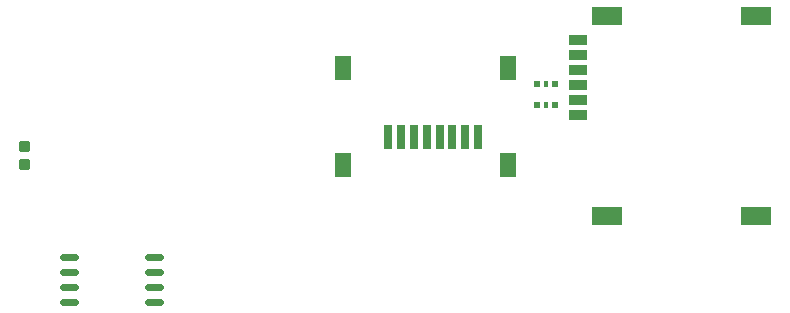
<source format=gbr>
G04 EAGLE Gerber X2 export*
%TF.Part,Single*%
%TF.FileFunction,Paste,Bot*%
%TF.FilePolarity,Positive*%
%TF.GenerationSoftware,Autodesk,EAGLE,8.6.3*%
%TF.CreationDate,2023-08-17T09:40:23Z*%
G75*
%MOMM*%
%FSLAX34Y34*%
%LPD*%
%AMOC8*
5,1,8,0,0,1.08239X$1,22.5*%
G01*
%ADD10R,0.500000X0.500000*%
%ADD11R,0.400000X0.500000*%
%ADD12R,2.610000X1.560000*%
%ADD13R,1.500000X0.900000*%
%ADD14R,0.800000X2.008000*%
%ADD15R,1.450000X2.000000*%
%ADD16C,0.222250*%
%ADD17C,0.600000*%


D10*
X341750Y229980D03*
D11*
X349250Y229980D03*
D10*
X356750Y229980D03*
X356750Y211980D03*
D11*
X349250Y211980D03*
D10*
X341750Y211980D03*
D12*
X400900Y287400D03*
X526900Y287400D03*
X526900Y118400D03*
X400900Y118400D03*
D13*
X376900Y267100D03*
X376900Y254400D03*
X376900Y241700D03*
X376900Y229000D03*
X376900Y216300D03*
X376900Y203600D03*
D14*
X215286Y185040D03*
X226286Y185040D03*
X237286Y185040D03*
X248286Y185040D03*
X259286Y185040D03*
X270286Y185040D03*
X281286Y185040D03*
X292286Y185040D03*
D15*
X177250Y161580D03*
X317290Y161580D03*
X177250Y243564D03*
X317290Y243564D03*
D16*
X-95790Y180880D02*
X-95790Y174212D01*
X-95790Y180880D02*
X-89122Y180880D01*
X-89122Y174212D01*
X-95790Y174212D01*
X-95790Y176434D02*
X-89122Y176434D01*
X-89122Y178656D02*
X-95790Y178656D01*
X-95790Y180878D02*
X-89122Y180878D01*
X-95790Y165640D02*
X-95790Y158972D01*
X-95790Y165640D02*
X-89122Y165640D01*
X-89122Y158972D01*
X-95790Y158972D01*
X-95790Y161194D02*
X-89122Y161194D01*
X-89122Y163416D02*
X-95790Y163416D01*
X-95790Y165638D02*
X-89122Y165638D01*
D17*
X12458Y83566D02*
X22458Y83566D01*
X22458Y70866D02*
X12458Y70866D01*
X12458Y58166D02*
X22458Y58166D01*
X22458Y45466D02*
X12458Y45466D01*
X-49542Y45466D02*
X-59542Y45466D01*
X-59542Y58166D02*
X-49542Y58166D01*
X-49542Y70866D02*
X-59542Y70866D01*
X-59542Y83566D02*
X-49542Y83566D01*
M02*

</source>
